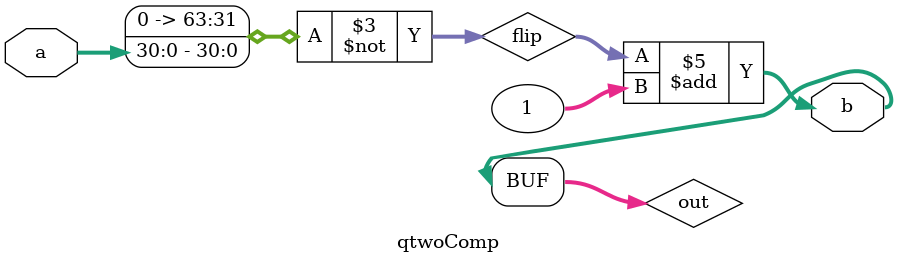
<source format=v>
module qtwoComp
#(
    parameter Q = 15,
    parameter N = 32
)

(
    input [N-2:0] a,
    output [2*N-1:0] b
);

reg [2*N-1:0] flip;
reg [2*N-1:0] out;

assign b = out;
always @(a) begin
    flip <= ~a;
end

always @(flip) begin
    out <= flip + 1;
end


endmodule
</source>
